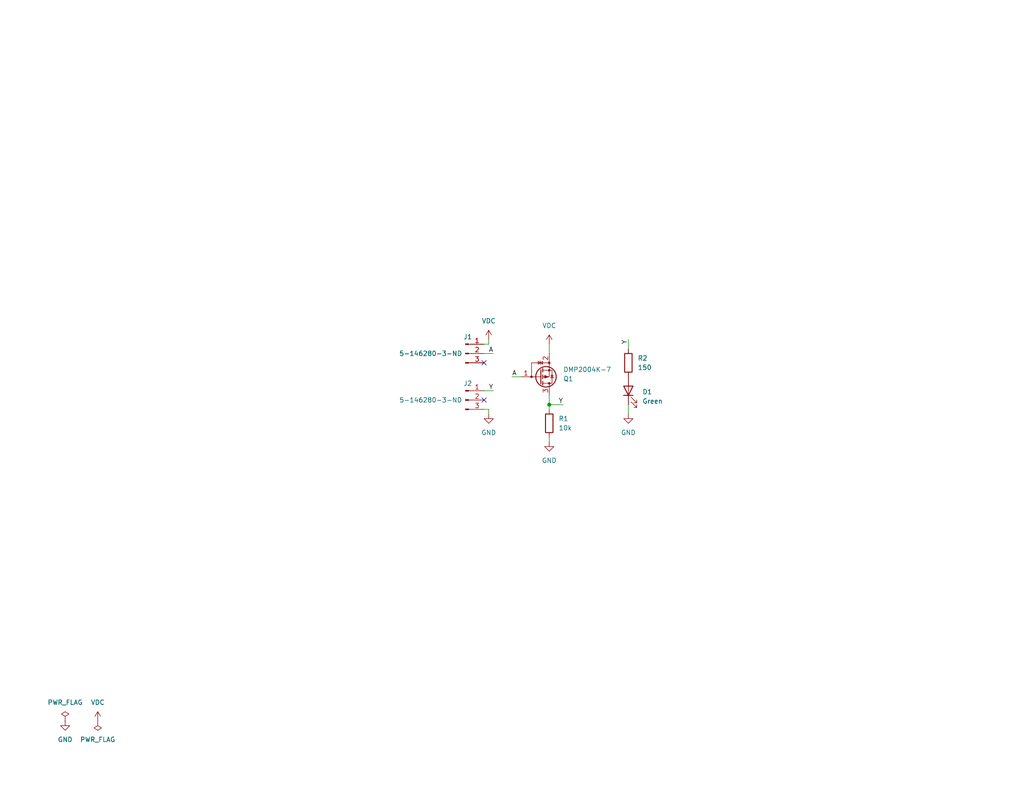
<source format=kicad_sch>
(kicad_sch
	(version 20250114)
	(generator "eeschema")
	(generator_version "9.0")
	(uuid "14259e77-439f-4bbb-a2c5-873445727286")
	(paper "USLetter")
	(title_block
		(title "NOT")
		(date "2025-04-09")
		(rev "1")
	)
	(lib_symbols
		(symbol "Connector:Conn_01x03_Pin"
			(pin_names
				(offset 1.016)
				(hide yes)
			)
			(exclude_from_sim no)
			(in_bom yes)
			(on_board yes)
			(property "Reference" "J"
				(at 0 5.08 0)
				(effects
					(font
						(size 1.27 1.27)
					)
				)
			)
			(property "Value" "Conn_01x03_Pin"
				(at 0 -5.08 0)
				(effects
					(font
						(size 1.27 1.27)
					)
				)
			)
			(property "Footprint" ""
				(at 0 0 0)
				(effects
					(font
						(size 1.27 1.27)
					)
					(hide yes)
				)
			)
			(property "Datasheet" "~"
				(at 0 0 0)
				(effects
					(font
						(size 1.27 1.27)
					)
					(hide yes)
				)
			)
			(property "Description" "Generic connector, single row, 01x03, script generated"
				(at 0 0 0)
				(effects
					(font
						(size 1.27 1.27)
					)
					(hide yes)
				)
			)
			(property "ki_locked" ""
				(at 0 0 0)
				(effects
					(font
						(size 1.27 1.27)
					)
				)
			)
			(property "ki_keywords" "connector"
				(at 0 0 0)
				(effects
					(font
						(size 1.27 1.27)
					)
					(hide yes)
				)
			)
			(property "ki_fp_filters" "Connector*:*_1x??_*"
				(at 0 0 0)
				(effects
					(font
						(size 1.27 1.27)
					)
					(hide yes)
				)
			)
			(symbol "Conn_01x03_Pin_1_1"
				(rectangle
					(start 0.8636 2.667)
					(end 0 2.413)
					(stroke
						(width 0.1524)
						(type default)
					)
					(fill
						(type outline)
					)
				)
				(rectangle
					(start 0.8636 0.127)
					(end 0 -0.127)
					(stroke
						(width 0.1524)
						(type default)
					)
					(fill
						(type outline)
					)
				)
				(rectangle
					(start 0.8636 -2.413)
					(end 0 -2.667)
					(stroke
						(width 0.1524)
						(type default)
					)
					(fill
						(type outline)
					)
				)
				(polyline
					(pts
						(xy 1.27 2.54) (xy 0.8636 2.54)
					)
					(stroke
						(width 0.1524)
						(type default)
					)
					(fill
						(type none)
					)
				)
				(polyline
					(pts
						(xy 1.27 0) (xy 0.8636 0)
					)
					(stroke
						(width 0.1524)
						(type default)
					)
					(fill
						(type none)
					)
				)
				(polyline
					(pts
						(xy 1.27 -2.54) (xy 0.8636 -2.54)
					)
					(stroke
						(width 0.1524)
						(type default)
					)
					(fill
						(type none)
					)
				)
				(pin passive line
					(at 5.08 2.54 180)
					(length 3.81)
					(name "Pin_1"
						(effects
							(font
								(size 1.27 1.27)
							)
						)
					)
					(number "1"
						(effects
							(font
								(size 1.27 1.27)
							)
						)
					)
				)
				(pin passive line
					(at 5.08 0 180)
					(length 3.81)
					(name "Pin_2"
						(effects
							(font
								(size 1.27 1.27)
							)
						)
					)
					(number "2"
						(effects
							(font
								(size 1.27 1.27)
							)
						)
					)
				)
				(pin passive line
					(at 5.08 -2.54 180)
					(length 3.81)
					(name "Pin_3"
						(effects
							(font
								(size 1.27 1.27)
							)
						)
					)
					(number "3"
						(effects
							(font
								(size 1.27 1.27)
							)
						)
					)
				)
			)
			(embedded_fonts no)
		)
		(symbol "Device:LED"
			(pin_numbers
				(hide yes)
			)
			(pin_names
				(offset 1.016)
				(hide yes)
			)
			(exclude_from_sim no)
			(in_bom yes)
			(on_board yes)
			(property "Reference" "D"
				(at 0 2.54 0)
				(effects
					(font
						(size 1.27 1.27)
					)
				)
			)
			(property "Value" "LED"
				(at 0 -2.54 0)
				(effects
					(font
						(size 1.27 1.27)
					)
				)
			)
			(property "Footprint" ""
				(at 0 0 0)
				(effects
					(font
						(size 1.27 1.27)
					)
					(hide yes)
				)
			)
			(property "Datasheet" "~"
				(at 0 0 0)
				(effects
					(font
						(size 1.27 1.27)
					)
					(hide yes)
				)
			)
			(property "Description" "Light emitting diode"
				(at 0 0 0)
				(effects
					(font
						(size 1.27 1.27)
					)
					(hide yes)
				)
			)
			(property "Sim.Pins" "1=K 2=A"
				(at 0 0 0)
				(effects
					(font
						(size 1.27 1.27)
					)
					(hide yes)
				)
			)
			(property "ki_keywords" "LED diode"
				(at 0 0 0)
				(effects
					(font
						(size 1.27 1.27)
					)
					(hide yes)
				)
			)
			(property "ki_fp_filters" "LED* LED_SMD:* LED_THT:*"
				(at 0 0 0)
				(effects
					(font
						(size 1.27 1.27)
					)
					(hide yes)
				)
			)
			(symbol "LED_0_1"
				(polyline
					(pts
						(xy -3.048 -0.762) (xy -4.572 -2.286) (xy -3.81 -2.286) (xy -4.572 -2.286) (xy -4.572 -1.524)
					)
					(stroke
						(width 0)
						(type default)
					)
					(fill
						(type none)
					)
				)
				(polyline
					(pts
						(xy -1.778 -0.762) (xy -3.302 -2.286) (xy -2.54 -2.286) (xy -3.302 -2.286) (xy -3.302 -1.524)
					)
					(stroke
						(width 0)
						(type default)
					)
					(fill
						(type none)
					)
				)
				(polyline
					(pts
						(xy -1.27 0) (xy 1.27 0)
					)
					(stroke
						(width 0)
						(type default)
					)
					(fill
						(type none)
					)
				)
				(polyline
					(pts
						(xy -1.27 -1.27) (xy -1.27 1.27)
					)
					(stroke
						(width 0.254)
						(type default)
					)
					(fill
						(type none)
					)
				)
				(polyline
					(pts
						(xy 1.27 -1.27) (xy 1.27 1.27) (xy -1.27 0) (xy 1.27 -1.27)
					)
					(stroke
						(width 0.254)
						(type default)
					)
					(fill
						(type none)
					)
				)
			)
			(symbol "LED_1_1"
				(pin passive line
					(at -3.81 0 0)
					(length 2.54)
					(name "K"
						(effects
							(font
								(size 1.27 1.27)
							)
						)
					)
					(number "1"
						(effects
							(font
								(size 1.27 1.27)
							)
						)
					)
				)
				(pin passive line
					(at 3.81 0 180)
					(length 2.54)
					(name "A"
						(effects
							(font
								(size 1.27 1.27)
							)
						)
					)
					(number "2"
						(effects
							(font
								(size 1.27 1.27)
							)
						)
					)
				)
			)
			(embedded_fonts no)
		)
		(symbol "Device:R"
			(pin_numbers
				(hide yes)
			)
			(pin_names
				(offset 0)
			)
			(exclude_from_sim no)
			(in_bom yes)
			(on_board yes)
			(property "Reference" "R"
				(at 2.032 0 90)
				(effects
					(font
						(size 1.27 1.27)
					)
				)
			)
			(property "Value" "R"
				(at 0 0 90)
				(effects
					(font
						(size 1.27 1.27)
					)
				)
			)
			(property "Footprint" ""
				(at -1.778 0 90)
				(effects
					(font
						(size 1.27 1.27)
					)
					(hide yes)
				)
			)
			(property "Datasheet" "~"
				(at 0 0 0)
				(effects
					(font
						(size 1.27 1.27)
					)
					(hide yes)
				)
			)
			(property "Description" "Resistor"
				(at 0 0 0)
				(effects
					(font
						(size 1.27 1.27)
					)
					(hide yes)
				)
			)
			(property "ki_keywords" "R res resistor"
				(at 0 0 0)
				(effects
					(font
						(size 1.27 1.27)
					)
					(hide yes)
				)
			)
			(property "ki_fp_filters" "R_*"
				(at 0 0 0)
				(effects
					(font
						(size 1.27 1.27)
					)
					(hide yes)
				)
			)
			(symbol "R_0_1"
				(rectangle
					(start -1.016 -2.54)
					(end 1.016 2.54)
					(stroke
						(width 0.254)
						(type default)
					)
					(fill
						(type none)
					)
				)
			)
			(symbol "R_1_1"
				(pin passive line
					(at 0 3.81 270)
					(length 1.27)
					(name "~"
						(effects
							(font
								(size 1.27 1.27)
							)
						)
					)
					(number "1"
						(effects
							(font
								(size 1.27 1.27)
							)
						)
					)
				)
				(pin passive line
					(at 0 -3.81 90)
					(length 1.27)
					(name "~"
						(effects
							(font
								(size 1.27 1.27)
							)
						)
					)
					(number "2"
						(effects
							(font
								(size 1.27 1.27)
							)
						)
					)
				)
			)
			(embedded_fonts no)
		)
		(symbol "Logic:DMP2004K-7"
			(pin_names
				(offset 0)
				(hide yes)
			)
			(exclude_from_sim no)
			(in_bom yes)
			(on_board yes)
			(property "Reference" "Q"
				(at 5.08 1.905 0)
				(effects
					(font
						(size 1.27 1.27)
					)
					(justify left)
				)
			)
			(property "Value" "DMP2004K-7"
				(at 5.08 0 0)
				(effects
					(font
						(size 1.27 1.27)
					)
					(justify left)
				)
			)
			(property "Footprint" "Package_TO_SOT_SMD:SOT-23"
				(at 5.08 2.54 0)
				(effects
					(font
						(size 1.27 1.27)
					)
					(hide yes)
				)
			)
			(property "Datasheet" "https://www.diodes.com/assets/Datasheets/ds30933.pdf"
				(at 0 0 0)
				(effects
					(font
						(size 1.27 1.27)
					)
					(hide yes)
				)
			)
			(property "Description" "P-channel enhancement mode MOSFET"
				(at 0 0 0)
				(effects
					(font
						(size 1.27 1.27)
					)
					(hide yes)
				)
			)
			(property "ki_keywords" "transistor PMOS P-MOS P-MOSFET"
				(at 0 0 0)
				(effects
					(font
						(size 1.27 1.27)
					)
					(hide yes)
				)
			)
			(symbol "DMP2004K-7_0_1"
				(polyline
					(pts
						(xy 0.254 1.905) (xy 0.254 -1.905)
					)
					(stroke
						(width 0.254)
						(type default)
					)
					(fill
						(type none)
					)
				)
				(polyline
					(pts
						(xy 0.254 0) (xy -2.54 0)
					)
					(stroke
						(width 0)
						(type default)
					)
					(fill
						(type none)
					)
				)
				(polyline
					(pts
						(xy 0.762 2.286) (xy 0.762 1.27)
					)
					(stroke
						(width 0.254)
						(type default)
					)
					(fill
						(type none)
					)
				)
				(polyline
					(pts
						(xy 0.762 1.778) (xy 3.302 1.778) (xy 3.302 -1.778) (xy 0.762 -1.778)
					)
					(stroke
						(width 0)
						(type default)
					)
					(fill
						(type none)
					)
				)
				(polyline
					(pts
						(xy 0.762 0.508) (xy 0.762 -0.508)
					)
					(stroke
						(width 0.254)
						(type default)
					)
					(fill
						(type none)
					)
				)
				(polyline
					(pts
						(xy 0.762 -1.27) (xy 0.762 -2.286)
					)
					(stroke
						(width 0.254)
						(type default)
					)
					(fill
						(type none)
					)
				)
				(circle
					(center 1.651 0)
					(radius 2.794)
					(stroke
						(width 0.254)
						(type default)
					)
					(fill
						(type none)
					)
				)
				(polyline
					(pts
						(xy 2.286 0) (xy 1.27 0.381) (xy 1.27 -0.381) (xy 2.286 0)
					)
					(stroke
						(width 0)
						(type default)
					)
					(fill
						(type outline)
					)
				)
				(polyline
					(pts
						(xy 2.54 2.54) (xy 2.54 1.778)
					)
					(stroke
						(width 0)
						(type default)
					)
					(fill
						(type none)
					)
				)
				(circle
					(center 2.54 1.778)
					(radius 0.254)
					(stroke
						(width 0)
						(type default)
					)
					(fill
						(type outline)
					)
				)
				(circle
					(center 2.54 -1.778)
					(radius 0.254)
					(stroke
						(width 0)
						(type default)
					)
					(fill
						(type outline)
					)
				)
				(polyline
					(pts
						(xy 2.54 -3.81) (xy -2.286 -3.81) (xy -2.286 0)
					)
					(stroke
						(width 0)
						(type default)
					)
					(fill
						(type none)
					)
				)
				(polyline
					(pts
						(xy 2.54 -3.81) (xy 2.54 0) (xy 0.762 0)
					)
					(stroke
						(width 0)
						(type default)
					)
					(fill
						(type none)
					)
				)
				(polyline
					(pts
						(xy 2.921 -0.381) (xy 3.683 -0.381)
					)
					(stroke
						(width 0)
						(type default)
					)
					(fill
						(type none)
					)
				)
				(polyline
					(pts
						(xy 3.302 -0.381) (xy 2.921 0.254) (xy 3.683 0.254) (xy 3.302 -0.381)
					)
					(stroke
						(width 0)
						(type default)
					)
					(fill
						(type none)
					)
				)
			)
			(symbol "DMP2004K-7_1_1"
				(circle
					(center -2.286 0)
					(radius 0.254)
					(stroke
						(width 0)
						(type default)
					)
					(fill
						(type outline)
					)
				)
				(polyline
					(pts
						(xy 0 -4.318) (xy 0.127 -4.191) (xy 0.127 -3.429) (xy 0.254 -3.302)
					)
					(stroke
						(width 0)
						(type default)
					)
					(fill
						(type none)
					)
				)
				(polyline
					(pts
						(xy 0.127 -3.81) (xy -0.508 -3.429) (xy -0.508 -4.191) (xy 0.127 -3.81)
					)
					(stroke
						(width 0)
						(type default)
					)
					(fill
						(type none)
					)
				)
				(polyline
					(pts
						(xy 0.127 -3.81) (xy 0.762 -4.191) (xy 0.762 -3.429) (xy 0.127 -3.81)
					)
					(stroke
						(width 0)
						(type default)
					)
					(fill
						(type none)
					)
				)
				(circle
					(center 2.54 -3.81)
					(radius 0.254)
					(stroke
						(width 0)
						(type default)
					)
					(fill
						(type outline)
					)
				)
				(pin input line
					(at -5.08 0 0)
					(length 2.54)
					(name "G"
						(effects
							(font
								(size 1.27 1.27)
							)
						)
					)
					(number "1"
						(effects
							(font
								(size 1.27 1.27)
							)
						)
					)
				)
				(pin passive line
					(at 2.54 5.08 270)
					(length 2.54)
					(name "D"
						(effects
							(font
								(size 1.27 1.27)
							)
						)
					)
					(number "3"
						(effects
							(font
								(size 1.27 1.27)
							)
						)
					)
				)
				(pin passive line
					(at 2.54 -6.35 90)
					(length 2.54)
					(name "S"
						(effects
							(font
								(size 1.27 1.27)
							)
						)
					)
					(number "2"
						(effects
							(font
								(size 1.27 1.27)
							)
						)
					)
				)
			)
			(embedded_fonts no)
		)
		(symbol "power:GND"
			(power)
			(pin_numbers
				(hide yes)
			)
			(pin_names
				(offset 0)
				(hide yes)
			)
			(exclude_from_sim no)
			(in_bom yes)
			(on_board yes)
			(property "Reference" "#PWR"
				(at 0 -6.35 0)
				(effects
					(font
						(size 1.27 1.27)
					)
					(hide yes)
				)
			)
			(property "Value" "GND"
				(at 0 -3.81 0)
				(effects
					(font
						(size 1.27 1.27)
					)
				)
			)
			(property "Footprint" ""
				(at 0 0 0)
				(effects
					(font
						(size 1.27 1.27)
					)
					(hide yes)
				)
			)
			(property "Datasheet" ""
				(at 0 0 0)
				(effects
					(font
						(size 1.27 1.27)
					)
					(hide yes)
				)
			)
			(property "Description" "Power symbol creates a global label with name \"GND\" , ground"
				(at 0 0 0)
				(effects
					(font
						(size 1.27 1.27)
					)
					(hide yes)
				)
			)
			(property "ki_keywords" "global power"
				(at 0 0 0)
				(effects
					(font
						(size 1.27 1.27)
					)
					(hide yes)
				)
			)
			(symbol "GND_0_1"
				(polyline
					(pts
						(xy 0 0) (xy 0 -1.27) (xy 1.27 -1.27) (xy 0 -2.54) (xy -1.27 -1.27) (xy 0 -1.27)
					)
					(stroke
						(width 0)
						(type default)
					)
					(fill
						(type none)
					)
				)
			)
			(symbol "GND_1_1"
				(pin power_in line
					(at 0 0 270)
					(length 0)
					(name "~"
						(effects
							(font
								(size 1.27 1.27)
							)
						)
					)
					(number "1"
						(effects
							(font
								(size 1.27 1.27)
							)
						)
					)
				)
			)
			(embedded_fonts no)
		)
		(symbol "power:PWR_FLAG"
			(power)
			(pin_numbers
				(hide yes)
			)
			(pin_names
				(offset 0)
				(hide yes)
			)
			(exclude_from_sim no)
			(in_bom yes)
			(on_board yes)
			(property "Reference" "#FLG"
				(at 0 1.905 0)
				(effects
					(font
						(size 1.27 1.27)
					)
					(hide yes)
				)
			)
			(property "Value" "PWR_FLAG"
				(at 0 3.81 0)
				(effects
					(font
						(size 1.27 1.27)
					)
				)
			)
			(property "Footprint" ""
				(at 0 0 0)
				(effects
					(font
						(size 1.27 1.27)
					)
					(hide yes)
				)
			)
			(property "Datasheet" "~"
				(at 0 0 0)
				(effects
					(font
						(size 1.27 1.27)
					)
					(hide yes)
				)
			)
			(property "Description" "Special symbol for telling ERC where power comes from"
				(at 0 0 0)
				(effects
					(font
						(size 1.27 1.27)
					)
					(hide yes)
				)
			)
			(property "ki_keywords" "flag power"
				(at 0 0 0)
				(effects
					(font
						(size 1.27 1.27)
					)
					(hide yes)
				)
			)
			(symbol "PWR_FLAG_0_0"
				(pin power_out line
					(at 0 0 90)
					(length 0)
					(name "~"
						(effects
							(font
								(size 1.27 1.27)
							)
						)
					)
					(number "1"
						(effects
							(font
								(size 1.27 1.27)
							)
						)
					)
				)
			)
			(symbol "PWR_FLAG_0_1"
				(polyline
					(pts
						(xy 0 0) (xy 0 1.27) (xy -1.016 1.905) (xy 0 2.54) (xy 1.016 1.905) (xy 0 1.27)
					)
					(stroke
						(width 0)
						(type default)
					)
					(fill
						(type none)
					)
				)
			)
			(embedded_fonts no)
		)
		(symbol "power:VDC"
			(power)
			(pin_numbers
				(hide yes)
			)
			(pin_names
				(offset 0)
				(hide yes)
			)
			(exclude_from_sim no)
			(in_bom yes)
			(on_board yes)
			(property "Reference" "#PWR"
				(at 0 -3.81 0)
				(effects
					(font
						(size 1.27 1.27)
					)
					(hide yes)
				)
			)
			(property "Value" "VDC"
				(at 0 3.556 0)
				(effects
					(font
						(size 1.27 1.27)
					)
				)
			)
			(property "Footprint" ""
				(at 0 0 0)
				(effects
					(font
						(size 1.27 1.27)
					)
					(hide yes)
				)
			)
			(property "Datasheet" ""
				(at 0 0 0)
				(effects
					(font
						(size 1.27 1.27)
					)
					(hide yes)
				)
			)
			(property "Description" "Power symbol creates a global label with name \"VDC\""
				(at 0 0 0)
				(effects
					(font
						(size 1.27 1.27)
					)
					(hide yes)
				)
			)
			(property "ki_keywords" "global power"
				(at 0 0 0)
				(effects
					(font
						(size 1.27 1.27)
					)
					(hide yes)
				)
			)
			(symbol "VDC_0_1"
				(polyline
					(pts
						(xy -0.762 1.27) (xy 0 2.54)
					)
					(stroke
						(width 0)
						(type default)
					)
					(fill
						(type none)
					)
				)
				(polyline
					(pts
						(xy 0 2.54) (xy 0.762 1.27)
					)
					(stroke
						(width 0)
						(type default)
					)
					(fill
						(type none)
					)
				)
				(polyline
					(pts
						(xy 0 0) (xy 0 2.54)
					)
					(stroke
						(width 0)
						(type default)
					)
					(fill
						(type none)
					)
				)
			)
			(symbol "VDC_1_1"
				(pin power_in line
					(at 0 0 90)
					(length 0)
					(name "~"
						(effects
							(font
								(size 1.27 1.27)
							)
						)
					)
					(number "1"
						(effects
							(font
								(size 1.27 1.27)
							)
						)
					)
				)
			)
			(embedded_fonts no)
		)
	)
	(junction
		(at 149.86 110.49)
		(diameter 0)
		(color 0 0 0 0)
		(uuid "dc3f5326-205a-441e-8087-8414d325b403")
	)
	(no_connect
		(at 132.08 109.22)
		(uuid "2e126f8d-7ed5-4bc6-9ee1-17771a897d38")
	)
	(no_connect
		(at 132.08 99.06)
		(uuid "9402de8c-29f8-4ba9-971e-3c3706551d38")
	)
	(wire
		(pts
			(xy 153.67 110.49) (xy 149.86 110.49)
		)
		(stroke
			(width 0)
			(type default)
		)
		(uuid "0b865e27-46be-4355-9c2e-11e37b42e9d9")
	)
	(wire
		(pts
			(xy 149.86 110.49) (xy 149.86 111.76)
		)
		(stroke
			(width 0)
			(type default)
		)
		(uuid "14d9d3f7-1abc-427d-8908-287d69e242c3")
	)
	(wire
		(pts
			(xy 133.35 111.76) (xy 133.35 113.03)
		)
		(stroke
			(width 0)
			(type default)
		)
		(uuid "2491e9bc-5d54-4230-a228-6804913e5d73")
	)
	(wire
		(pts
			(xy 139.7 102.87) (xy 142.24 102.87)
		)
		(stroke
			(width 0)
			(type default)
		)
		(uuid "3109e035-6cac-4402-9099-031fe22b1eab")
	)
	(wire
		(pts
			(xy 171.45 92.71) (xy 171.45 95.25)
		)
		(stroke
			(width 0)
			(type default)
		)
		(uuid "40644848-01c9-4a05-b132-4903303fe448")
	)
	(wire
		(pts
			(xy 134.62 106.68) (xy 132.08 106.68)
		)
		(stroke
			(width 0)
			(type default)
		)
		(uuid "457cb62f-c831-4007-a699-aa2f90d834ee")
	)
	(wire
		(pts
			(xy 149.86 107.95) (xy 149.86 110.49)
		)
		(stroke
			(width 0)
			(type default)
		)
		(uuid "5aa6acbf-ac6d-4810-80ff-f395479a7e73")
	)
	(wire
		(pts
			(xy 149.86 93.98) (xy 149.86 96.52)
		)
		(stroke
			(width 0)
			(type default)
		)
		(uuid "7b78906f-47ed-4f46-818f-c32f625e885e")
	)
	(wire
		(pts
			(xy 149.86 120.65) (xy 149.86 119.38)
		)
		(stroke
			(width 0)
			(type default)
		)
		(uuid "8f82ed65-910e-4480-99f3-9bc5c1ed2cbb")
	)
	(wire
		(pts
			(xy 134.62 96.52) (xy 132.08 96.52)
		)
		(stroke
			(width 0)
			(type default)
		)
		(uuid "bcd681ec-4b41-479b-a065-9961cc477a34")
	)
	(wire
		(pts
			(xy 132.08 111.76) (xy 133.35 111.76)
		)
		(stroke
			(width 0)
			(type default)
		)
		(uuid "dccdde6e-3183-4ada-bae6-26472537bf8a")
	)
	(wire
		(pts
			(xy 171.45 113.03) (xy 171.45 110.49)
		)
		(stroke
			(width 0)
			(type default)
		)
		(uuid "e06fe428-7ff7-4c1b-a163-b438fda7a2b4")
	)
	(wire
		(pts
			(xy 133.35 92.71) (xy 133.35 93.98)
		)
		(stroke
			(width 0)
			(type default)
		)
		(uuid "e357d255-3c26-4350-be98-ef16f850a05e")
	)
	(wire
		(pts
			(xy 133.35 93.98) (xy 132.08 93.98)
		)
		(stroke
			(width 0)
			(type default)
		)
		(uuid "e4d78b77-6e21-4f23-be49-37ecbf929719")
	)
	(label "Y"
		(at 153.67 110.49 180)
		(effects
			(font
				(size 1.27 1.27)
			)
			(justify right bottom)
		)
		(uuid "0a096636-2b27-4d25-95cf-9ce4420d88fe")
	)
	(label "Y"
		(at 134.62 106.68 180)
		(effects
			(font
				(size 1.27 1.27)
			)
			(justify right bottom)
		)
		(uuid "2fb55e12-a903-4244-b895-5c63dc084a4b")
	)
	(label "A"
		(at 139.7 102.87 0)
		(effects
			(font
				(size 1.27 1.27)
			)
			(justify left bottom)
		)
		(uuid "32ec7ad0-7f77-4b8b-ae55-335b9cea8155")
	)
	(label "A"
		(at 134.62 96.52 180)
		(effects
			(font
				(size 1.27 1.27)
			)
			(justify right bottom)
		)
		(uuid "4851794f-011a-4734-b6da-b16cdd467f18")
	)
	(label "Y"
		(at 171.45 92.71 270)
		(effects
			(font
				(size 1.27 1.27)
			)
			(justify right bottom)
		)
		(uuid "867560cf-e13f-45d9-9662-d1f951232d37")
	)
	(symbol
		(lib_id "power:GND")
		(at 149.86 120.65 0)
		(unit 1)
		(exclude_from_sim no)
		(in_bom yes)
		(on_board yes)
		(dnp no)
		(fields_autoplaced yes)
		(uuid "19f2d892-c117-4745-94f6-2c1525fa9dd2")
		(property "Reference" "#PWR08"
			(at 149.86 127 0)
			(effects
				(font
					(size 1.27 1.27)
				)
				(hide yes)
			)
		)
		(property "Value" "GND"
			(at 149.86 125.73 0)
			(effects
				(font
					(size 1.27 1.27)
				)
			)
		)
		(property "Footprint" ""
			(at 149.86 120.65 0)
			(effects
				(font
					(size 1.27 1.27)
				)
				(hide yes)
			)
		)
		(property "Datasheet" ""
			(at 149.86 120.65 0)
			(effects
				(font
					(size 1.27 1.27)
				)
				(hide yes)
			)
		)
		(property "Description" "Power symbol creates a global label with name \"GND\" , ground"
			(at 149.86 120.65 0)
			(effects
				(font
					(size 1.27 1.27)
				)
				(hide yes)
			)
		)
		(pin "1"
			(uuid "f99182f1-614e-430d-abae-49911bd5a35d")
		)
		(instances
			(project "NOT"
				(path "/14259e77-439f-4bbb-a2c5-873445727286"
					(reference "#PWR08")
					(unit 1)
				)
			)
		)
	)
	(symbol
		(lib_id "power:GND")
		(at 171.45 113.03 0)
		(unit 1)
		(exclude_from_sim no)
		(in_bom yes)
		(on_board yes)
		(dnp no)
		(fields_autoplaced yes)
		(uuid "2d32cb1a-ed96-4c41-b40f-4e4b627defe4")
		(property "Reference" "#PWR09"
			(at 171.45 119.38 0)
			(effects
				(font
					(size 1.27 1.27)
				)
				(hide yes)
			)
		)
		(property "Value" "GND"
			(at 171.45 118.11 0)
			(effects
				(font
					(size 1.27 1.27)
				)
			)
		)
		(property "Footprint" ""
			(at 171.45 113.03 0)
			(effects
				(font
					(size 1.27 1.27)
				)
				(hide yes)
			)
		)
		(property "Datasheet" ""
			(at 171.45 113.03 0)
			(effects
				(font
					(size 1.27 1.27)
				)
				(hide yes)
			)
		)
		(property "Description" "Power symbol creates a global label with name \"GND\" , ground"
			(at 171.45 113.03 0)
			(effects
				(font
					(size 1.27 1.27)
				)
				(hide yes)
			)
		)
		(pin "1"
			(uuid "2f7b96c4-6957-4e28-8ee0-ef9e3543254b")
		)
		(instances
			(project "NOT"
				(path "/14259e77-439f-4bbb-a2c5-873445727286"
					(reference "#PWR09")
					(unit 1)
				)
			)
		)
	)
	(symbol
		(lib_id "power:GND")
		(at 133.35 113.03 0)
		(unit 1)
		(exclude_from_sim no)
		(in_bom yes)
		(on_board yes)
		(dnp no)
		(fields_autoplaced yes)
		(uuid "3473c40a-c325-48e7-89de-2d3050fcd5b6")
		(property "Reference" "#PWR06"
			(at 133.35 119.38 0)
			(effects
				(font
					(size 1.27 1.27)
				)
				(hide yes)
			)
		)
		(property "Value" "GND"
			(at 133.35 118.11 0)
			(effects
				(font
					(size 1.27 1.27)
				)
			)
		)
		(property "Footprint" ""
			(at 133.35 113.03 0)
			(effects
				(font
					(size 1.27 1.27)
				)
				(hide yes)
			)
		)
		(property "Datasheet" ""
			(at 133.35 113.03 0)
			(effects
				(font
					(size 1.27 1.27)
				)
				(hide yes)
			)
		)
		(property "Description" "Power symbol creates a global label with name \"GND\" , ground"
			(at 133.35 113.03 0)
			(effects
				(font
					(size 1.27 1.27)
				)
				(hide yes)
			)
		)
		(pin "1"
			(uuid "9f9cf809-f712-4daf-af63-eebacdcbea91")
		)
		(instances
			(project "NOT"
				(path "/14259e77-439f-4bbb-a2c5-873445727286"
					(reference "#PWR06")
					(unit 1)
				)
			)
		)
	)
	(symbol
		(lib_id "Device:R")
		(at 171.45 99.06 0)
		(unit 1)
		(exclude_from_sim no)
		(in_bom yes)
		(on_board yes)
		(dnp no)
		(fields_autoplaced yes)
		(uuid "406a865e-a7a8-4bb1-ace0-59b6def5f417")
		(property "Reference" "R2"
			(at 173.99 97.7899 0)
			(effects
				(font
					(size 1.27 1.27)
				)
				(justify left)
			)
		)
		(property "Value" "150"
			(at 173.99 100.3299 0)
			(effects
				(font
					(size 1.27 1.27)
				)
				(justify left)
			)
		)
		(property "Footprint" "Resistor_SMD:R_0603_1608Metric"
			(at 169.672 99.06 90)
			(effects
				(font
					(size 1.27 1.27)
				)
				(hide yes)
			)
		)
		(property "Datasheet" "https://fscdn.rohm.com/en/products/databook/datasheet/passive/resistor/chip_resistor/esr-e.pdf"
			(at 171.45 99.06 0)
			(effects
				(font
					(size 1.27 1.27)
				)
				(hide yes)
			)
		)
		(property "Description" "150 Ohms ±5% 0.25W, 1/4W Chip Resistor 0603 (1608 Metric)"
			(at 171.45 99.06 0)
			(effects
				(font
					(size 1.27 1.27)
				)
				(hide yes)
			)
		)
		(pin "2"
			(uuid "4d49647d-754e-4b91-906b-4d7928ad445a")
		)
		(pin "1"
			(uuid "1f208348-5387-4689-a2a6-6200cad10744")
		)
		(instances
			(project "NOT"
				(path "/14259e77-439f-4bbb-a2c5-873445727286"
					(reference "R2")
					(unit 1)
				)
			)
		)
	)
	(symbol
		(lib_id "Logic:DMP2004K-7")
		(at 147.32 102.87 0)
		(mirror x)
		(unit 1)
		(exclude_from_sim no)
		(in_bom yes)
		(on_board yes)
		(dnp no)
		(uuid "6e401594-ad78-4f6d-82ad-a4c61f8db066")
		(property "Reference" "Q1"
			(at 153.67 103.4416 0)
			(effects
				(font
					(size 1.27 1.27)
				)
				(justify left)
			)
		)
		(property "Value" "DMP2004K-7"
			(at 153.67 100.9016 0)
			(effects
				(font
					(size 1.27 1.27)
				)
				(justify left)
			)
		)
		(property "Footprint" "Package_TO_SOT_SMD:SOT-23"
			(at 152.4 105.41 0)
			(effects
				(font
					(size 1.27 1.27)
				)
				(hide yes)
			)
		)
		(property "Datasheet" "https://www.diodes.com/assets/Datasheets/ds30933.pdf"
			(at 147.32 102.87 0)
			(effects
				(font
					(size 1.27 1.27)
				)
				(hide yes)
			)
		)
		(property "Description" "P-channel enhancement mode MOSFET"
			(at 147.32 102.87 0)
			(effects
				(font
					(size 1.27 1.27)
				)
				(hide yes)
			)
		)
		(pin "3"
			(uuid "fe93d51e-da2b-47e0-820a-5d5581f219fc")
		)
		(pin "1"
			(uuid "826954cf-06f2-49e8-94ee-65f7f07d54e3")
		)
		(pin "2"
			(uuid "87d98fc5-a9fc-4860-871b-9ae84999b83d")
		)
		(instances
			(project "NOT"
				(path "/14259e77-439f-4bbb-a2c5-873445727286"
					(reference "Q1")
					(unit 1)
				)
			)
		)
	)
	(symbol
		(lib_id "power:VDC")
		(at 26.67 196.85 0)
		(unit 1)
		(exclude_from_sim no)
		(in_bom yes)
		(on_board yes)
		(dnp no)
		(fields_autoplaced yes)
		(uuid "7b4e4539-b10e-4821-a99e-8a6cbaa121ca")
		(property "Reference" "#PWR02"
			(at 26.67 200.66 0)
			(effects
				(font
					(size 1.27 1.27)
				)
				(hide yes)
			)
		)
		(property "Value" "VDC"
			(at 26.67 191.77 0)
			(effects
				(font
					(size 1.27 1.27)
				)
			)
		)
		(property "Footprint" ""
			(at 26.67 196.85 0)
			(effects
				(font
					(size 1.27 1.27)
				)
				(hide yes)
			)
		)
		(property "Datasheet" ""
			(at 26.67 196.85 0)
			(effects
				(font
					(size 1.27 1.27)
				)
				(hide yes)
			)
		)
		(property "Description" "Power symbol creates a global label with name \"VDC\""
			(at 26.67 196.85 0)
			(effects
				(font
					(size 1.27 1.27)
				)
				(hide yes)
			)
		)
		(pin "1"
			(uuid "35dd1833-ca04-4f7d-b98e-395acb182495")
		)
		(instances
			(project "NOT"
				(path "/14259e77-439f-4bbb-a2c5-873445727286"
					(reference "#PWR02")
					(unit 1)
				)
			)
		)
	)
	(symbol
		(lib_id "power:GND")
		(at 17.78 196.85 0)
		(unit 1)
		(exclude_from_sim no)
		(in_bom yes)
		(on_board yes)
		(dnp no)
		(fields_autoplaced yes)
		(uuid "a61f357b-6f26-4535-b8a3-4efc40566f14")
		(property "Reference" "#PWR01"
			(at 17.78 203.2 0)
			(effects
				(font
					(size 1.27 1.27)
				)
				(hide yes)
			)
		)
		(property "Value" "GND"
			(at 17.78 201.93 0)
			(effects
				(font
					(size 1.27 1.27)
				)
			)
		)
		(property "Footprint" ""
			(at 17.78 196.85 0)
			(effects
				(font
					(size 1.27 1.27)
				)
				(hide yes)
			)
		)
		(property "Datasheet" ""
			(at 17.78 196.85 0)
			(effects
				(font
					(size 1.27 1.27)
				)
				(hide yes)
			)
		)
		(property "Description" "Power symbol creates a global label with name \"GND\" , ground"
			(at 17.78 196.85 0)
			(effects
				(font
					(size 1.27 1.27)
				)
				(hide yes)
			)
		)
		(pin "1"
			(uuid "821795d9-c53b-4d78-8144-2842e4e3e1cb")
		)
		(instances
			(project "NOT"
				(path "/14259e77-439f-4bbb-a2c5-873445727286"
					(reference "#PWR01")
					(unit 1)
				)
			)
		)
	)
	(symbol
		(lib_id "Device:R")
		(at 149.86 115.57 0)
		(unit 1)
		(exclude_from_sim no)
		(in_bom yes)
		(on_board yes)
		(dnp no)
		(fields_autoplaced yes)
		(uuid "ac188fce-3ded-47ce-8786-1f516cef3953")
		(property "Reference" "R1"
			(at 152.4 114.2999 0)
			(effects
				(font
					(size 1.27 1.27)
				)
				(justify left)
			)
		)
		(property "Value" "10k"
			(at 152.4 116.8399 0)
			(effects
				(font
					(size 1.27 1.27)
				)
				(justify left)
			)
		)
		(property "Footprint" "Resistor_SMD:R_0603_1608Metric"
			(at 148.082 115.57 90)
			(effects
				(font
					(size 1.27 1.27)
				)
				(hide yes)
			)
		)
		(property "Datasheet" "https://www.yageo.com/upload/media/product/products/datasheet/rchip/PYu-RC_Group_51_RoHS_L_12.pdf"
			(at 149.86 115.57 0)
			(effects
				(font
					(size 1.27 1.27)
				)
				(hide yes)
			)
		)
		(property "Description" "10 kOhms ±1% 0.1W, 1/10W Chip Resistor 0603"
			(at 149.86 115.57 0)
			(effects
				(font
					(size 1.27 1.27)
				)
				(hide yes)
			)
		)
		(pin "2"
			(uuid "6c3ce4e8-79f2-44bf-a588-a72b3fa21ef1")
		)
		(pin "1"
			(uuid "373dd71c-d094-4a8a-b4a9-53cb70734ac9")
		)
		(instances
			(project "NOT"
				(path "/14259e77-439f-4bbb-a2c5-873445727286"
					(reference "R1")
					(unit 1)
				)
			)
		)
	)
	(symbol
		(lib_id "Device:LED")
		(at 171.45 106.68 90)
		(unit 1)
		(exclude_from_sim no)
		(in_bom yes)
		(on_board yes)
		(dnp no)
		(fields_autoplaced yes)
		(uuid "af7048ee-abd9-40fa-8249-c366c583807d")
		(property "Reference" "D1"
			(at 175.26 106.9974 90)
			(effects
				(font
					(size 1.27 1.27)
				)
				(justify right)
			)
		)
		(property "Value" "Green"
			(at 175.26 109.5374 90)
			(effects
				(font
					(size 1.27 1.27)
				)
				(justify right)
			)
		)
		(property "Footprint" "LED_SMD:LED_0603_1608Metric"
			(at 171.45 106.68 0)
			(effects
				(font
					(size 1.27 1.27)
				)
				(hide yes)
			)
		)
		(property "Datasheet" "https://mm.digikey.com/Volume0/opasdata/d220001/medias/docus/858/LTST-C190GKT.pdf"
			(at 171.45 106.68 0)
			(effects
				(font
					(size 1.27 1.27)
				)
				(hide yes)
			)
		)
		(property "Description" "Green 569nm LED Indication - Discrete 2.1V 0603 (1608 Metric)"
			(at 171.45 106.68 0)
			(effects
				(font
					(size 1.27 1.27)
				)
				(hide yes)
			)
		)
		(property "Sim.Pins" "1=K 2=A"
			(at 171.45 106.68 0)
			(effects
				(font
					(size 1.27 1.27)
				)
				(hide yes)
			)
		)
		(pin "1"
			(uuid "ccc7d51a-9498-4684-ba25-7f8af99600c5")
		)
		(pin "2"
			(uuid "f1ed96a9-98dc-4a35-94c8-ca46ba2f0449")
		)
		(instances
			(project "NOT"
				(path "/14259e77-439f-4bbb-a2c5-873445727286"
					(reference "D1")
					(unit 1)
				)
			)
		)
	)
	(symbol
		(lib_id "power:PWR_FLAG")
		(at 26.67 196.85 180)
		(unit 1)
		(exclude_from_sim no)
		(in_bom yes)
		(on_board yes)
		(dnp no)
		(fields_autoplaced yes)
		(uuid "bf070ac6-3cd7-4cde-95ac-37f14cee4f0a")
		(property "Reference" "#FLG02"
			(at 26.67 198.755 0)
			(effects
				(font
					(size 1.27 1.27)
				)
				(hide yes)
			)
		)
		(property "Value" "PWR_FLAG"
			(at 26.67 201.93 0)
			(effects
				(font
					(size 1.27 1.27)
				)
			)
		)
		(property "Footprint" ""
			(at 26.67 196.85 0)
			(effects
				(font
					(size 1.27 1.27)
				)
				(hide yes)
			)
		)
		(property "Datasheet" "~"
			(at 26.67 196.85 0)
			(effects
				(font
					(size 1.27 1.27)
				)
				(hide yes)
			)
		)
		(property "Description" "Special symbol for telling ERC where power comes from"
			(at 26.67 196.85 0)
			(effects
				(font
					(size 1.27 1.27)
				)
				(hide yes)
			)
		)
		(pin "1"
			(uuid "4264d24e-2a20-499e-83f7-db2ec211bcd8")
		)
		(instances
			(project "NOT"
				(path "/14259e77-439f-4bbb-a2c5-873445727286"
					(reference "#FLG02")
					(unit 1)
				)
			)
		)
	)
	(symbol
		(lib_id "power:PWR_FLAG")
		(at 17.78 196.85 0)
		(unit 1)
		(exclude_from_sim no)
		(in_bom yes)
		(on_board yes)
		(dnp no)
		(fields_autoplaced yes)
		(uuid "cd03e179-40d7-4374-a302-708c4f1a6725")
		(property "Reference" "#FLG01"
			(at 17.78 194.945 0)
			(effects
				(font
					(size 1.27 1.27)
				)
				(hide yes)
			)
		)
		(property "Value" "PWR_FLAG"
			(at 17.78 191.77 0)
			(effects
				(font
					(size 1.27 1.27)
				)
			)
		)
		(property "Footprint" ""
			(at 17.78 196.85 0)
			(effects
				(font
					(size 1.27 1.27)
				)
				(hide yes)
			)
		)
		(property "Datasheet" "~"
			(at 17.78 196.85 0)
			(effects
				(font
					(size 1.27 1.27)
				)
				(hide yes)
			)
		)
		(property "Description" "Special symbol for telling ERC where power comes from"
			(at 17.78 196.85 0)
			(effects
				(font
					(size 1.27 1.27)
				)
				(hide yes)
			)
		)
		(pin "1"
			(uuid "0c038ccf-a928-4a09-845d-62e9fed12467")
		)
		(instances
			(project "NOT"
				(path "/14259e77-439f-4bbb-a2c5-873445727286"
					(reference "#FLG01")
					(unit 1)
				)
			)
		)
	)
	(symbol
		(lib_id "Connector:Conn_01x03_Pin")
		(at 127 96.52 0)
		(unit 1)
		(exclude_from_sim no)
		(in_bom yes)
		(on_board yes)
		(dnp no)
		(uuid "d0e729a7-b3ed-4e7f-8dac-56a68fed62f1")
		(property "Reference" "J1"
			(at 127.635 92.71 0)
			(effects
				(font
					(size 1.27 1.27)
				)
				(justify bottom)
			)
		)
		(property "Value" "5-146280-3-ND"
			(at 126.111 96.52 0)
			(effects
				(font
					(size 1.27 1.27)
				)
				(justify right)
			)
		)
		(property "Footprint" "Logic:PinHeader_1x03_P2.54mm_Vertical_Top"
			(at 127 96.52 0)
			(effects
				(font
					(size 1.27 1.27)
				)
				(hide yes)
			)
		)
		(property "Datasheet" "https://www.te.com/usa-en/product-5-146280-3.datasheet.pdf"
			(at 127 96.52 0)
			(effects
				(font
					(size 1.27 1.27)
				)
				(hide yes)
			)
		)
		(property "Description" "Connector Header Through Hole 3 position 0.100\" (2.54mm)"
			(at 127 96.52 0)
			(effects
				(font
					(size 1.27 1.27)
				)
				(hide yes)
			)
		)
		(pin "1"
			(uuid "3c391776-0ffa-4a3e-9664-d496de290f61")
		)
		(pin "3"
			(uuid "3f202f81-db52-4468-85c9-e0df0f2bd644")
		)
		(pin "2"
			(uuid "6bd6dc1e-89ea-4466-b4e7-80a6983efa22")
		)
		(instances
			(project "NOT"
				(path "/14259e77-439f-4bbb-a2c5-873445727286"
					(reference "J1")
					(unit 1)
				)
			)
		)
	)
	(symbol
		(lib_id "Connector:Conn_01x03_Pin")
		(at 127 109.22 0)
		(unit 1)
		(exclude_from_sim no)
		(in_bom yes)
		(on_board yes)
		(dnp no)
		(uuid "d1260533-6bce-4a50-a015-0b1111345600")
		(property "Reference" "J2"
			(at 127.635 105.41 0)
			(effects
				(font
					(size 1.27 1.27)
				)
				(justify bottom)
			)
		)
		(property "Value" "5-146280-3-ND"
			(at 126.111 109.22 0)
			(effects
				(font
					(size 1.27 1.27)
				)
				(justify right)
			)
		)
		(property "Footprint" "Logic:PinHeader_1x03_P2.54mm_Vertical_Bottom"
			(at 127 109.22 0)
			(effects
				(font
					(size 1.27 1.27)
				)
				(hide yes)
			)
		)
		(property "Datasheet" "https://www.te.com/usa-en/product-5-146280-3.datasheet.pdf"
			(at 127 109.22 0)
			(effects
				(font
					(size 1.27 1.27)
				)
				(hide yes)
			)
		)
		(property "Description" "Connector Header Through Hole 3 position 0.100\" (2.54mm)"
			(at 127 109.22 0)
			(effects
				(font
					(size 1.27 1.27)
				)
				(hide yes)
			)
		)
		(pin "1"
			(uuid "bc49bcfa-c5ef-4cb7-a7a7-824578977dbf")
		)
		(pin "3"
			(uuid "26b59f25-0548-428a-941e-13f1d33e9440")
		)
		(pin "2"
			(uuid "3389f259-0019-4006-8395-d06a2cd07c72")
		)
		(instances
			(project "NOT"
				(path "/14259e77-439f-4bbb-a2c5-873445727286"
					(reference "J2")
					(unit 1)
				)
			)
		)
	)
	(symbol
		(lib_id "power:VDC")
		(at 133.35 92.71 0)
		(unit 1)
		(exclude_from_sim no)
		(in_bom yes)
		(on_board yes)
		(dnp no)
		(fields_autoplaced yes)
		(uuid "d38e70b3-889e-443c-8d93-3abe52de6c52")
		(property "Reference" "#PWR03"
			(at 133.35 96.52 0)
			(effects
				(font
					(size 1.27 1.27)
				)
				(hide yes)
			)
		)
		(property "Value" "VDC"
			(at 133.35 87.63 0)
			(effects
				(font
					(size 1.27 1.27)
				)
			)
		)
		(property "Footprint" ""
			(at 133.35 92.71 0)
			(effects
				(font
					(size 1.27 1.27)
				)
				(hide yes)
			)
		)
		(property "Datasheet" ""
			(at 133.35 92.71 0)
			(effects
				(font
					(size 1.27 1.27)
				)
				(hide yes)
			)
		)
		(property "Description" "Power symbol creates a global label with name \"VDC\""
			(at 133.35 92.71 0)
			(effects
				(font
					(size 1.27 1.27)
				)
				(hide yes)
			)
		)
		(pin "1"
			(uuid "be8bb07e-ff95-4c4a-b694-f1a15de4afcd")
		)
		(instances
			(project "NOT"
				(path "/14259e77-439f-4bbb-a2c5-873445727286"
					(reference "#PWR03")
					(unit 1)
				)
			)
		)
	)
	(symbol
		(lib_id "power:VDC")
		(at 149.86 93.98 0)
		(unit 1)
		(exclude_from_sim no)
		(in_bom yes)
		(on_board yes)
		(dnp no)
		(fields_autoplaced yes)
		(uuid "e13e9c45-705e-4f34-a6e6-0fef9a049569")
		(property "Reference" "#PWR07"
			(at 149.86 97.79 0)
			(effects
				(font
					(size 1.27 1.27)
				)
				(hide yes)
			)
		)
		(property "Value" "VDC"
			(at 149.86 88.9 0)
			(effects
				(font
					(size 1.27 1.27)
				)
			)
		)
		(property "Footprint" ""
			(at 149.86 93.98 0)
			(effects
				(font
					(size 1.27 1.27)
				)
				(hide yes)
			)
		)
		(property "Datasheet" ""
			(at 149.86 93.98 0)
			(effects
				(font
					(size 1.27 1.27)
				)
				(hide yes)
			)
		)
		(property "Description" "Power symbol creates a global label with name \"VDC\""
			(at 149.86 93.98 0)
			(effects
				(font
					(size 1.27 1.27)
				)
				(hide yes)
			)
		)
		(pin "1"
			(uuid "d17dbfd5-1776-41b6-a3a5-693d943c61ea")
		)
		(instances
			(project "NOT"
				(path "/14259e77-439f-4bbb-a2c5-873445727286"
					(reference "#PWR07")
					(unit 1)
				)
			)
		)
	)
	(sheet_instances
		(path "/"
			(page "1")
		)
	)
	(embedded_fonts no)
	(embedded_files
		(file
			(name "Simple Sheet.kicad_wks")
			(type worksheet)
			(data |KLUv/WC4BaUQAIYZUCEAtXNqxYqxts+uRjYlx9oACzQpZkWEvYeYDir//y5VMAFEAEAARwByvtLN
				3cBMa/irsGnJc9qjIq70ixVmzXOJhj3ijv+AmsP4AwLVtU09znyfX9vb5cqb+CpxyevV0vByKD70
				iDLe1lFPDJfrtV1/l5eUp7Mfd/6a9pnT9yrI3o16VwZB28VX1697leMrzErMyznfd+swvqKoM7jV
				+O74grbbch/bnA29sQqHIxKnzMJoZLJLpaKZBl9wb417L+lyV+5O0tAOQR3s+mSQLuyS4zg5q0J8
				V6uZx66H9kNN6j3i5hqTBey6xEij21XaG3/4BoBAdbikQlGwDBBGJHtoDuro6Lc1PcKSM3tYNMvX
				1HJNj76ZOZVpGQSEk8DT3ht4reaXP9tEISclmzAmJVrxPssZrohEq2iYjBJiisIKWaARtXNqaCYo
				SAqS1gxgRIRGqQ4Q4AMibRdJTanNodpbaIC9xhamdoRaKkUw+x4DSta4qKIFtLU4bMUtnK5c5IzR
				HxDEKhCDcwc5ILZVEfITW2yY31UrxTphpduqdM/KkvVdD8An23xb84PRC5yFcbxCD6I4GTxIMTSW
				2UFz3Mt4n4/AZc6JGkaHBFqOvs/e2C2LsGUFmeM98Q9AHCqDFqsdYREJbgftSsELZBdZc2HACAHI
				IDdDZgOULjeFowqNEnMM+iJ+ed/WQnvCubWrogI=|
			)
			(checksum "9B4265E182DB3D4F6F8CDBC1FE03B1AD")
		)
	)
)

</source>
